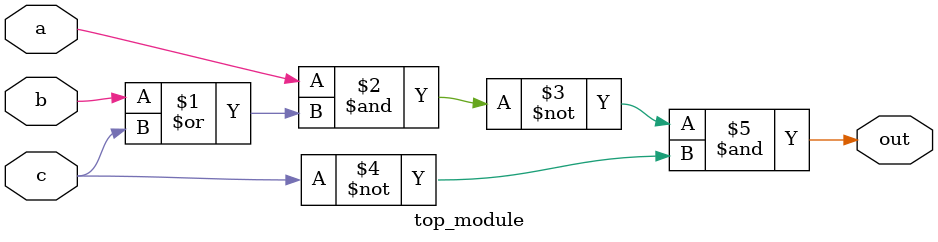
<source format=sv>
module top_module(
	input a, 
	input b,
	input c,
	output out
);

// Implementing the Karnaugh map
assign out = (~(a & (b | c))) & (~c);

endmodule

</source>
